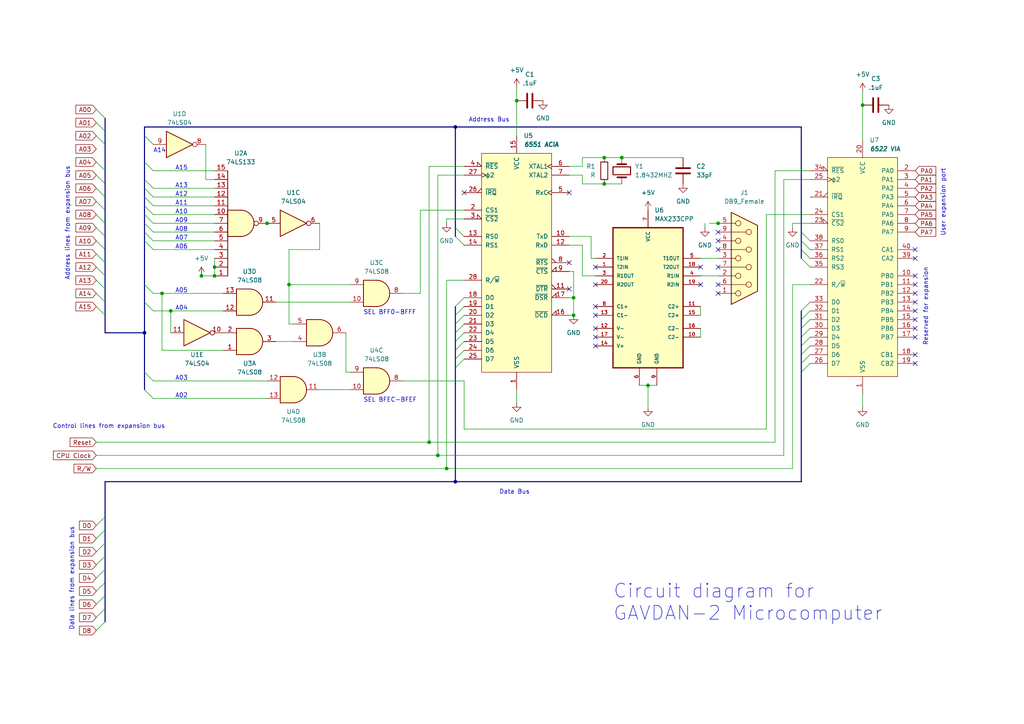
<source format=kicad_sch>
(kicad_sch (version 20211123) (generator eeschema)
  (paper "A4")
  (title_block (title "GAVDAN-2 IO Board") (date "09 October 2022") (rev "1.0"))
  (lib_symbols
    (symbol "65xx:6522" (pin_names (offset 1.016))
      (property "Reference" "U" (at -10.16 33.02 0))
      (property "Value" "6522" (at 0 0 90))
      (symbol "6522_0_1"
        (rectangle (start -10.16 31.75) (end 10.16 -31.75) (fill (type background)))
      )
      (symbol "6522_1_1"
        (pin power_in line (at 0 -36.83 90) (length 5.08) (name "VSS") (number "1"))
        (pin bidirectional line (at 15.24 -2.54 180) (length 5.08) (name "PB0") (number "10"))
        (pin bidirectional line (at 15.24 -5.08 180) (length 5.08) (name "PB1") (number "11"))
        (pin bidirectional line (at 15.24 -7.62 180) (length 5.08) (name "PB2") (number "12"))
        (pin bidirectional line (at 15.24 -10.16 180) (length 5.08) (name "PB3") (number "13"))
        (pin bidirectional line (at 15.24 -12.7 180) (length 5.08) (name "PB4") (number "14"))
        (pin bidirectional line (at 15.24 -15.24 180) (length 5.08) (name "PB5") (number "15"))
        (pin bidirectional line (at 15.24 -17.78 180) (length 5.08) (name "PB6") (number "16"))
        (pin bidirectional line (at 15.24 -20.32 180) (length 5.08) (name "PB7") (number "17"))
        (pin input line (at 15.24 -25.4 180) (length 5.08) (name "CB1") (number "18"))
        (pin bidirectional line (at 15.24 -27.94 180) (length 5.08) (name "CB2") (number "19"))
        (pin bidirectional line (at 15.24 27.94 180) (length 5.08) (name "PA0") (number "2"))
        (pin power_in line (at 0 36.83 270) (length 5.08) (name "VCC") (number "20"))
        (pin open_collector output_low (at -15.24 20.32 0) (length 5.08) (name "~{IRQ}") (number "21"))
        (pin input line (at -15.24 -5.08 0) (length 5.08) (name "R/~{W}") (number "22"))
        (pin input input_low (at -15.24 12.7 0) (length 5.08) (name "~{CS2}") (number "23"))
        (pin input line (at -15.24 15.24 0) (length 5.08) (name "CS1") (number "24"))
        (pin input clock (at -15.24 25.4 0) (length 5.08) (name "ϕ2") (number "25"))
        (pin bidirectional line (at -15.24 -27.94 0) (length 5.08) (name "D7") (number "26"))
        (pin bidirectional line (at -15.24 -25.4 0) (length 5.08) (name "D6") (number "27"))
        (pin bidirectional line (at -15.24 -22.86 0) (length 5.08) (name "D5") (number "28"))
        (pin bidirectional line (at -15.24 -20.32 0) (length 5.08) (name "D4") (number "29"))
        (pin bidirectional line (at 15.24 25.4 180) (length 5.08) (name "PA1") (number "3"))
        (pin bidirectional line (at -15.24 -17.78 0) (length 5.08) (name "D3") (number "30"))
        (pin bidirectional line (at -15.24 -15.24 0) (length 5.08) (name "D2") (number "31"))
        (pin bidirectional line (at -15.24 -12.7 0) (length 5.08) (name "D1") (number "32"))
        (pin bidirectional line (at -15.24 -10.16 0) (length 5.08) (name "D0") (number "33"))
        (pin input input_low (at -15.24 27.94 0) (length 5.08) (name "~{RES}") (number "34"))
        (pin input line (at -15.24 0 0) (length 5.08) (name "RS3") (number "35"))
        (pin input line (at -15.24 2.54 0) (length 5.08) (name "RS2") (number "36"))
        (pin input line (at -15.24 5.08 0) (length 5.08) (name "RS1") (number "37"))
        (pin input line (at -15.24 7.62 0) (length 5.08) (name "RS0") (number "38"))
        (pin bidirectional line (at 15.24 2.54 180) (length 5.08) (name "CA2") (number "39"))
        (pin bidirectional line (at 15.24 22.86 180) (length 5.08) (name "PA2") (number "4"))
        (pin input line (at 15.24 5.08 180) (length 5.08) (name "CA1") (number "40"))
        (pin bidirectional line (at 15.24 20.32 180) (length 5.08) (name "PA3") (number "5"))
        (pin bidirectional line (at 15.24 17.78 180) (length 5.08) (name "PA4") (number "6"))
        (pin bidirectional line (at 15.24 15.24 180) (length 5.08) (name "PA5") (number "7"))
        (pin bidirectional line (at 15.24 12.7 180) (length 5.08) (name "PA6") (number "8"))
        (pin bidirectional line (at 15.24 10.16 180) (length 5.08) (name "PA7") (number "9"))
      )
    )
    (symbol "65xx:6551" (pin_names (offset 1.016))
      (property "Reference" "U" (at -10.16 33.02 0))
      (property "Value" "6551" (at 0 0 90))
      (symbol "6551_0_1"
        (rectangle (start -10.16 31.75) (end 10.16 -31.75) (fill (type background)))
      )
      (symbol "6551_1_1"
        (pin power_in line (at 0 -36.83 90) (length 5.08) (name "VSS") (number "1"))
        (pin output line (at 15.24 7.62 180) (length 5.08) (name "TxD") (number "10"))
        (pin output output_low (at 15.24 -7.62 180) (length 5.08) (name "~{DTR}") (number "11"))
        (pin input line (at 15.24 5.08 180) (length 5.08) (name "RxD") (number "12"))
        (pin input line (at -15.24 7.62 0) (length 5.08) (name "RS0") (number "13"))
        (pin input line (at -15.24 5.08 0) (length 5.08) (name "RS1") (number "14"))
        (pin power_in line (at 0 36.83 270) (length 5.08) (name "VCC") (number "15"))
        (pin input input_low (at 15.24 -15.24 180) (length 5.08) (name "~{DCD}") (number "16"))
        (pin input input_low (at 15.24 -10.16 180) (length 5.08) (name "~{DSR}") (number "17"))
        (pin bidirectional line (at -15.24 -10.16 0) (length 5.08) (name "D0") (number "18"))
        (pin bidirectional line (at -15.24 -12.7 0) (length 5.08) (name "D1") (number "19"))
        (pin input line (at -15.24 15.24 0) (length 5.08) (name "CS1") (number "2"))
        (pin bidirectional line (at -15.24 -15.24 0) (length 5.08) (name "D2") (number "20"))
        (pin bidirectional line (at -15.24 -17.78 0) (length 5.08) (name "D3") (number "21"))
        (pin bidirectional line (at -15.24 -20.32 0) (length 5.08) (name "D4") (number "22"))
        (pin bidirectional line (at -15.24 -22.86 0) (length 5.08) (name "D5") (number "23"))
        (pin bidirectional line (at -15.24 -25.4 0) (length 5.08) (name "D6") (number "24"))
        (pin bidirectional line (at -15.24 -27.94 0) (length 5.08) (name "D7") (number "25"))
        (pin open_collector output_low (at -15.24 20.32 0) (length 5.08) (name "~{IRQ}") (number "26"))
        (pin input clock (at -15.24 25.4 0) (length 5.08) (name "ϕ2") (number "27"))
        (pin input line (at -15.24 -5.08 0) (length 5.08) (name "R/~{W}") (number "28"))
        (pin input input_low (at -15.24 12.7 0) (length 5.08) (name "~{CS2}") (number "3"))
        (pin input input_low (at -15.24 27.94 0) (length 5.08) (name "~{RES}") (number "4"))
        (pin bidirectional clock (at 15.24 20.32 180) (length 5.08) (name "RxC") (number "5"))
        (pin input clock (at 15.24 27.94 180) (length 5.08) (name "XTAL1") (number "6"))
        (pin output line (at 15.24 25.4 180) (length 5.08) (name "XTAL2") (number "7"))
        (pin output output_low (at 15.24 0 180) (length 5.08) (name "~{RTS}") (number "8"))
        (pin input input_low (at 15.24 -2.54 180) (length 5.08) (name "~{CTS}") (number "9"))
      )
    )
    (symbol "74xx:74LS04"
      (property "Reference" "U" (at 0 1.27 0))
      (property "Value" "74LS04" (at 0 -1.27 0))
      (symbol "74LS04_1_0"
        (polyline (pts (xy -3.81 3.81) (xy -3.81 -3.81) (xy 3.81 0) (xy -3.81 3.81)) (stroke (width 0.254)) (fill (type background)))
        (pin input line (at -7.62 0 0) (length 3.81) (name "~") (number "1"))
        (pin output inverted (at 7.62 0 180) (length 3.81) (name "~") (number "2"))
      )
      (symbol "74LS04_2_0"
        (polyline (pts (xy -3.81 3.81) (xy -3.81 -3.81) (xy 3.81 0) (xy -3.81 3.81)) (stroke (width 0.254)) (fill (type background)))
        (pin input line (at -7.62 0 0) (length 3.81) (name "~") (number "3"))
        (pin output inverted (at 7.62 0 180) (length 3.81) (name "~") (number "4"))
      )
      (symbol "74LS04_3_0"
        (polyline (pts (xy -3.81 3.81) (xy -3.81 -3.81) (xy 3.81 0) (xy -3.81 3.81)) (stroke (width 0.254)) (fill (type background)))
        (pin input line (at -7.62 0 0) (length 3.81) (name "~") (number "5"))
        (pin output inverted (at 7.62 0 180) (length 3.81) (name "~") (number "6"))
      )
      (symbol "74LS04_4_0"
        (polyline (pts (xy -3.81 3.81) (xy -3.81 -3.81) (xy 3.81 0) (xy -3.81 3.81)) (stroke (width 0.254)) (fill (type background)))
        (pin output inverted (at 7.62 0 180) (length 3.81) (name "~") (number "8"))
        (pin input line (at -7.62 0 0) (length 3.81) (name "~") (number "9"))
      )
      (symbol "74LS04_5_0"
        (polyline (pts (xy -3.81 3.81) (xy -3.81 -3.81) (xy 3.81 0) (xy -3.81 3.81)) (stroke (width 0.254)) (fill (type background)))
        (pin output inverted (at 7.62 0 180) (length 3.81) (name "~") (number "10"))
        (pin input line (at -7.62 0 0) (length 3.81) (name "~") (number "11"))
      )
      (symbol "74LS04_6_0"
        (polyline (pts (xy -3.81 3.81) (xy -3.81 -3.81) (xy 3.81 0) (xy -3.81 3.81)) (stroke (width 0.254)) (fill (type background)))
        (pin output inverted (at 7.62 0 180) (length 3.81) (name "~") (number "12"))
        (pin input line (at -7.62 0 0) (length 3.81) (name "~") (number "13"))
      )
      (symbol "74LS04_7_0"
        (pin power_in line (at 0 12.7 270) (length 5.08) (name "VCC") (number "14"))
        (pin power_in line (at 0 -12.7 90) (length 5.08) (name "GND") (number "7"))
      )
      (symbol "74LS04_7_1"
        (rectangle (start -5.08 7.62) (end 5.08 -7.62) (stroke (width 0.254)) (fill (type background)))
      )
    )
    (symbol "74xx:74LS08" (pin_names (offset 1.016))
      (property "Reference" "U" (at 0 1.27 0))
      (property "Value" "74LS08" (at 0 -1.27 0))
      (symbol "74LS08_1_1"
        (arc (start 0 -3.81) (mid 3.81 0) (end 0 3.81) (stroke (width 0.254)) (fill (type background)))
        (polyline (pts (xy 0 3.81) (xy -3.81 3.81) (xy -3.81 -3.81) (xy 0 -3.81)) (stroke (width 0.254)) (fill (type background)))
        (pin input line (at -7.62 2.54 0) (length 3.81) (name "~") (number "1"))
        (pin input line (at -7.62 -2.54 0) (length 3.81) (name "~") (number "2"))
        (pin output line (at 7.62 0 180) (length 3.81) (name "~") (number "3"))
      )
      (symbol "74LS08_1_2"
        (arc (start -3.81 -3.81) (mid -2.589 0) (end -3.81 3.81) (stroke (width 0.254)))
        (arc (start -0.6096 -3.81) (mid 2.1855 -2.584) (end 3.81 0) (stroke (width 0.254)) (fill (type background)))
        (polyline (pts (xy -3.81 -3.81) (xy -0.635 -3.81)) (stroke (width 0.254)) (fill (type background)))
        (polyline (pts (xy -3.81 3.81) (xy -0.635 3.81)) (stroke (width 0.254)) (fill (type background)))
        (polyline (pts (xy -0.635 3.81) (xy -3.81 3.81) (xy -3.81 3.81) (xy -3.556 3.4036) (xy -3.0226 2.2606) (xy -2.6924 1.0414) (xy -2.6162 -0.254) (xy -2.7686 -1.4986) (xy -3.175 -2.7178) (xy -3.81 -3.81) (xy -3.81 -3.81) (xy -0.635 -3.81)) (stroke (width -25.4)) (fill (type background)))
        (arc (start 3.81 0) (mid 2.1928 2.5925) (end -0.6096 3.81) (stroke (width 0.254)) (fill (type background)))
        (pin input inverted (at -7.62 2.54 0) (length 4.318) (name "~") (number "1"))
        (pin input inverted (at -7.62 -2.54 0) (length 4.318) (name "~") (number "2"))
        (pin output inverted (at 7.62 0 180) (length 3.81) (name "~") (number "3"))
      )
      (symbol "74LS08_2_1"
        (arc (start 0 -3.81) (mid 3.81 0) (end 0 3.81) (stroke (width 0.254)) (fill (type background)))
        (polyline (pts (xy 0 3.81) (xy -3.81 3.81) (xy -3.81 -3.81) (xy 0 -3.81)) (stroke (width 0.254)) (fill (type background)))
        (pin input line (at -7.62 2.54 0) (length 3.81) (name "~") (number "4"))
        (pin input line (at -7.62 -2.54 0) (length 3.81) (name "~") (number "5"))
        (pin output line (at 7.62 0 180) (length 3.81) (name "~") (number "6"))
      )
      (symbol "74LS08_2_2"
        (arc (start -3.81 -3.81) (mid -2.589 0) (end -3.81 3.81) (stroke (width 0.254)))
        (arc (start -0.6096 -3.81) (mid 2.1855 -2.584) (end 3.81 0) (stroke (width 0.254)) (fill (type background)))
        (polyline (pts (xy -3.81 -3.81) (xy -0.635 -3.81)) (stroke (width 0.254)) (fill (type background)))
        (polyline (pts (xy -3.81 3.81) (xy -0.635 3.81)) (stroke (width 0.254)) (fill (type background)))
        (polyline (pts (xy -0.635 3.81) (xy -3.81 3.81) (xy -3.81 3.81) (xy -3.556 3.4036) (xy -3.0226 2.2606) (xy -2.6924 1.0414) (xy -2.6162 -0.254) (xy -2.7686 -1.4986) (xy -3.175 -2.7178) (xy -3.81 -3.81) (xy -3.81 -3.81) (xy -0.635 -3.81)) (stroke (width -25.4)) (fill (type background)))
        (arc (start 3.81 0) (mid 2.1928 2.5925) (end -0.6096 3.81) (stroke (width 0.254)) (fill (type background)))
        (pin input inverted (at -7.62 2.54 0) (length 4.318) (name "~") (number "4"))
        (pin input inverted (at -7.62 -2.54 0) (length 4.318) (name "~") (number "5"))
        (pin output inverted (at 7.62 0 180) (length 3.81) (name "~") (number "6"))
      )
      (symbol "74LS08_3_1"
        (arc (start 0 -3.81) (mid 3.81 0) (end 0 3.81) (stroke (width 0.254)) (fill (type background)))
        (polyline (pts (xy 0 3.81) (xy -3.81 3.81) (xy -3.81 -3.81) (xy 0 -3.81)) (stroke (width 0.254)) (fill (type background)))
        (pin input line (at -7.62 -2.54 0) (length 3.81) (name "~") (number "10"))
        (pin output line (at 7.62 0 180) (length 3.81) (name "~") (number "8"))
        (pin input line (at -7.62 2.54 0) (length 3.81) (name "~") (number "9"))
      )
      (symbol "74LS08_3_2"
        (arc (start -3.81 -3.81) (mid -2.589 0) (end -3.81 3.81) (stroke (width 0.254)))
        (arc (start -0.6096 -3.81) (mid 2.1855 -2.584) (end 3.81 0) (stroke (width 0.254)) (fill (type background)))
        (polyline (pts (xy -3.81 -3.81) (xy -0.635 -3.81)) (stroke (width 0.254)) (fill (type background)))
        (polyline (pts (xy -3.81 3.81) (xy -0.635 3.81)) (stroke (width 0.254)) (fill (type background)))
        (polyline (pts (xy -0.635 3.81) (xy -3.81 3.81) (xy -3.81 3.81) (xy -3.556 3.4036) (xy -3.0226 2.2606) (xy -2.6924 1.0414) (xy -2.6162 -0.254) (xy -2.7686 -1.4986) (xy -3.175 -2.7178) (xy -3.81 -3.81) (xy -3.81 -3.81) (xy -0.635 -3.81)) (stroke (width -25.4)) (fill (type background)))
        (arc (start 3.81 0) (mid 2.1928 2.5925) (end -0.6096 3.81) (stroke (width 0.254)) (fill (type background)))
        (pin input inverted (at -7.62 -2.54 0) (length 4.318) (name "~") (number "10"))
        (pin output inverted (at 7.62 0 180) (length 3.81) (name "~") (number "8"))
        (pin input inverted (at -7.62 2.54 0) (length 4.318) (name "~") (number "9"))
      )
      (symbol "74LS08_4_1"
        (arc (start 0 -3.81) (mid 3.81 0) (end 0 3.81) (stroke (width 0.254)) (fill (type background)))
        (polyline (pts (xy 0 3.81) (xy -3.81 3.81) (xy -3.81 -3.81) (xy 0 -3.81)) (stroke (width 0.254)) (fill (type background)))
        (pin output line (at 7.62 0 180) (length 3.81) (name "~") (number "11"))
        (pin input line (at -7.62 2.54 0) (length 3.81) (name "~") (number "12"))
        (pin input line (at -7.62 -2.54 0) (length 3.81) (name "~") (number "13"))
      )
      (symbol "74LS08_4_2"
        (arc (start -3.81 -3.81) (mid -2.589 0) (end -3.81 3.81) (stroke (width 0.254)))
        (arc (start -0.6096 -3.81) (mid 2.1855 -2.584) (end 3.81 0) (stroke (width 0.254)) (fill (type background)))
        (polyline (pts (xy -3.81 -3.81) (xy -0.635 -3.81)) (stroke (width 0.254)) (fill (type background)))
        (polyline (pts (xy -3.81 3.81) (xy -0.635 3.81)) (stroke (width 0.254)) (fill (type background)))
        (polyline (pts (xy -0.635 3.81) (xy -3.81 3.81) (xy -3.81 3.81) (xy -3.556 3.4036) (xy -3.0226 2.2606) (xy -2.6924 1.0414) (xy -2.6162 -0.254) (xy -2.7686 -1.4986) (xy -3.175 -2.7178) (xy -3.81 -3.81) (xy -3.81 -3.81) (xy -0.635 -3.81)) (stroke (width -25.4)) (fill (type background)))
        (arc (start 3.81 0) (mid 2.1928 2.5925) (end -0.6096 3.81) (stroke (width 0.254)) (fill (type background)))
        (pin output inverted (at 7.62 0 180) (length 3.81) (name "~") (number "11"))
        (pin input inverted (at -7.62 2.54 0) (length 4.318) (name "~") (number "12"))
        (pin input inverted (at -7.62 -2.54 0) (length 4.318) (name "~") (number "13"))
      )
      (symbol "74LS08_5_0"
        (pin power_in line (at 0 12.7 270) (length 5.08) (name "VCC") (number "14"))
        (pin power_in line (at 0 -12.7 90) (length 5.08) (name "GND") (number "7"))
      )
      (symbol "74LS08_5_1"
        (rectangle (start -5.08 7.62) (end 5.08 -7.62) (stroke (width 0.254)) (fill (type background)))
      )
    )
    (symbol "74xx:74LS133" (pin_names (offset 1.016))
      (property "Reference" "U" (at 0 1.27 0))
      (property "Value" "74LS133" (at 0 -1.27 0))
      (symbol "74LS133_1_1"
        (arc (start 0 -3.81) (mid 3.81 0) (end 0 3.81) (stroke (width 0.254)) (fill (type background)))
        (polyline (pts (xy -3.81 15.24) (xy -3.81 -15.24)) (stroke (width 0.254)))
        (polyline (pts (xy 0 3.81) (xy -3.81 3.81) (xy -3.81 -3.81) (xy 0 -3.81)) (stroke (width 0.254)) (fill (type background)))
        (pin input line (at -7.62 15.24 0) (length 3.81) (name "~") (number "1"))
        (pin input line (at -7.62 -2.54 0) (length 3.81) (name "~") (number "10"))
        (pin input line (at -7.62 -5.08 0) (length 3.81) (name "~") (number "11"))
        (pin input line (at -7.62 -7.62 0) (length 3.81) (name "~") (number "12"))
        (pin input line (at -7.62 -10.16 0) (length 3.81) (name "~") (number "13"))
        (pin input line (at -7.62 -12.7 0) (length 3.81) (name "~") (number "14"))
        (pin input line (at -7.62 -15.24 0) (length 3.81) (name "~") (number "15"))
        (pin input line (at -7.62 12.7 0) (length 3.81) (name "~") (number "2"))
        (pin input line (at -7.62 10.16 0) (length 3.81) (name "~") (number "3"))
        (pin input line (at -7.62 7.62 0) (length 3.81) (name "~") (number "4"))
        (pin input line (at -7.62 5.08 0) (length 3.81) (name "~") (number "5"))
        (pin input line (at -7.62 2.54 0) (length 3.81) (name "~") (number "6"))
        (pin input line (at -7.62 0 0) (length 3.81) (name "~") (number "7"))
        (pin output inverted (at 7.62 0 180) (length 3.81) (name "~") (number "9"))
      )
      (symbol "74LS133_1_2"
        (arc (start -3.81 -3.81) (mid -2.589 0) (end -3.81 3.81) (stroke (width 0.254)))
        (arc (start -0.6096 -3.81) (mid 2.1855 -2.584) (end 3.81 0) (stroke (width 0.254)) (fill (type background)))
        (polyline (pts (xy -3.81 -3.81) (xy -3.81 -15.24)) (stroke (width 0.254)))
        (polyline (pts (xy -3.81 -3.81) (xy -0.635 -3.81)) (stroke (width 0.254)) (fill (type background)))
        (polyline (pts (xy -3.81 3.81) (xy -0.635 3.81)) (stroke (width 0.254)) (fill (type background)))
        (polyline (pts (xy -3.81 15.24) (xy -3.81 3.81)) (stroke (width 0.254)))
        (polyline (pts (xy -0.635 3.81) (xy -3.81 3.81) (xy -3.81 3.81) (xy -3.556 3.4036) (xy -3.0226 2.2606) (xy -2.6924 1.0414) (xy -2.6162 -0.254) (xy -2.7686 -1.4986) (xy -3.175 -2.7178) (xy -3.81 -3.81) (xy -3.81 -3.81) (xy -0.635 -3.81)) (stroke (width -25.4)) (fill (type background)))
        (arc (start 3.81 0) (mid 2.1928 2.5925) (end -0.6096 3.81) (stroke (width 0.254)) (fill (type background)))
        (pin input inverted (at -7.62 15.24 0) (length 3.81) (name "~") (number "1"))
        (pin input inverted (at -7.62 -2.54 0) (length 4.5466) (name "~") (number "10"))
        (pin input inverted (at -7.62 -5.08 0) (length 3.81) (name "~") (number "11"))
        (pin input inverted (at -7.62 -7.62 0) (length 3.81) (name "~") (number "12"))
        (pin input inverted (at -7.62 -10.16 0) (length 3.81) (name "~") (number "13"))
        (pin input inverted (at -7.62 -12.7 0) (length 3.81) (name "~") (number "14"))
        (pin input inverted (at -7.62 -15.24 0) (length 3.81) (name "~") (number "15"))
        (pin input inverted (at -7.62 12.7 0) (length 3.81) (name "~") (number "2"))
        (pin input inverted (at -7.62 10.16 0) (length 3.81) (name "~") (number "3"))
        (pin input inverted (at -7.62 7.62 0) (length 3.81) (name "~") (number "4"))
        (pin input inverted (at -7.62 5.08 0) (length 3.81) (name "~") (number "5"))
        (pin input inverted (at -7.62 2.54 0) (length 4.5466) (name "~") (number "6"))
        (pin input inverted (at -7.62 0 0) (length 5.08) (name "~") (number "7"))
        (pin output line (at 7.62 0 180) (length 3.81) (name "~") (number "9"))
      )
      (symbol "74LS133_2_0"
        (pin power_in line (at 0 12.7 270) (length 5.08) (name "VCC") (number "16"))
        (pin power_in line (at 0 -12.7 90) (length 5.08) (name "GND") (number "8"))
      )
      (symbol "74LS133_2_1"
        (rectangle (start -5.08 7.62) (end 5.08 -7.62) (stroke (width 0.254)) (fill (type background)))
      )
    )
    (symbol "Connector:DB9_Female" (pin_names (offset 1.016) hide)
      (property "Reference" "J" (at 0 13.97 0))
      (property "Value" "DB9_Female" (at 0 -14.605 0))
      (symbol "DB9_Female_0_1"
        (circle (center -1.778 -10.16) (radius 0.762))
        (circle (center -1.778 -5.08) (radius 0.762))
        (circle (center -1.778 0) (radius 0.762))
        (circle (center -1.778 5.08) (radius 0.762))
        (circle (center -1.778 10.16) (radius 0.762))
        (polyline (pts (xy -3.81 -10.16) (xy -2.54 -10.16)))
        (polyline (pts (xy -3.81 -7.62) (xy 0.508 -7.62)))
        (polyline (pts (xy -3.81 -5.08) (xy -2.54 -5.08)))
        (polyline (pts (xy -3.81 -2.54) (xy 0.508 -2.54)))
        (polyline (pts (xy -3.81 0) (xy -2.54 0)))
        (polyline (pts (xy -3.81 2.54) (xy 0.508 2.54)))
        (polyline (pts (xy -3.81 5.08) (xy -2.54 5.08)))
        (polyline (pts (xy -3.81 7.62) (xy 0.508 7.62)))
        (polyline (pts (xy -3.81 10.16) (xy -2.54 10.16)))
        (polyline (pts (xy -3.81 13.335) (xy -3.81 -13.335) (xy 3.81 -9.525) (xy 3.81 9.525) (xy -3.81 13.335)) (stroke (width 0.254)) (fill (type background)))
        (circle (center 1.27 -7.62) (radius 0.762))
        (circle (center 1.27 -2.54) (radius 0.762))
        (circle (center 1.27 2.54) (radius 0.762))
        (circle (center 1.27 7.62) (radius 0.762))
      )
      (symbol "DB9_Female_1_1"
        (pin passive line (at -7.62 10.16 0) (length 3.81) (name "1") (number "1"))
        (pin passive line (at -7.62 5.08 0) (length 3.81) (name "2") (number "2"))
        (pin passive line (at -7.62 0 0) (length 3.81) (name "3") (number "3"))
        (pin passive line (at -7.62 -5.08 0) (length 3.81) (name "4") (number "4"))
        (pin passive line (at -7.62 -10.16 0) (length 3.81) (name "5") (number "5"))
        (pin passive line (at -7.62 7.62 0) (length 3.81) (name "6") (number "6"))
        (pin passive line (at -7.62 2.54 0) (length 3.81) (name "7") (number "7"))
        (pin passive line (at -7.62 -2.54 0) (length 3.81) (name "8") (number "8"))
        (pin passive line (at -7.62 -7.62 0) (length 3.81) (name "9") (number "9"))
      )
    )
    (symbol "Device:C" (pin_numbers hide) (pin_names (offset 0.254))
      (property "Reference" "C" (at 0.635 2.54 0))
      (property "Value" "C" (at 0.635 -2.54 0))
      (symbol "C_0_1"
        (polyline (pts (xy -2.032 -0.762) (xy 2.032 -0.762)) (stroke (width 0.508)))
        (polyline (pts (xy -2.032 0.762) (xy 2.032 0.762)) (stroke (width 0.508)))
      )
      (symbol "C_1_1"
        (pin passive line (at 0 3.81 270) (length 2.794) (name "~") (number "1"))
        (pin passive line (at 0 -3.81 90) (length 2.794) (name "~") (number "2"))
      )
    )
    (symbol "Device:Crystal" (pin_numbers hide) (pin_names (offset 1.016) hide)
      (property "Reference" "Y" (at 0 3.81 0))
      (property "Value" "Crystal" (at 0 -3.81 0))
      (symbol "Crystal_0_1"
        (rectangle (start -1.143 2.54) (end 1.143 -2.54) (stroke (width 0.3048)))
        (polyline (pts (xy -2.54 0) (xy -1.905 0)))
        (polyline (pts (xy -1.905 -1.27) (xy -1.905 1.27)) (stroke (width 0.508)))
        (polyline (pts (xy 1.905 -1.27) (xy 1.905 1.27)) (stroke (width 0.508)))
        (polyline (pts (xy 2.54 0) (xy 1.905 0)))
      )
      (symbol "Crystal_1_1"
        (pin passive line (at -3.81 0 0) (length 1.27) (name "1") (number "1"))
        (pin passive line (at 3.81 0 180) (length 1.27) (name "2") (number "2"))
      )
    )
    (symbol "Device:R" (pin_numbers hide) (pin_names (offset 0))
      (property "Reference" "R" (at 2.032 0 90))
      (property "Value" "R" (at 0 0 90))
      (symbol "R_0_1"
        (rectangle (start -1.016 -2.54) (end 1.016 2.54) (stroke (width 0.254)))
      )
      (symbol "R_1_1"
        (pin passive line (at 0 3.81 270) (length 1.27) (name "~") (number "1"))
        (pin passive line (at 0 -3.81 90) (length 1.27) (name "~") (number "2"))
      )
    )
    (symbol "MAX233CPP_G36:MAX233CPP+G36" (pin_names (offset 1.016))
      (property "Reference" "U?" (at 3.81 25.4 0))
      (property "Value" "MAX233CPP+G36" (at 3.81 22.86 0))
      (symbol "MAX233CPP+G36_0_0"
        (rectangle (start -10.16 20.32) (end 10.16 -20.32) (stroke (width 0.4064)) (fill (type background)))
        (pin input line (at -15.24 8.89 0) (length 5.08) (name "T2IN") (number "1"))
        (pin bidirectional line (at 15.24 -11.43 180) (length 5.08) (name "C2-") (number "10"))
        (pin bidirectional line (at 15.24 -2.54 180) (length 5.08) (name "C2+") (number "11"))
        (pin power_in line (at -15.24 -8.89 0) (length 5.08) (name "V-") (number "12"))
        (pin bidirectional line (at -15.24 -5.08 0) (length 5.08) (name "C1-") (number "13"))
        (pin power_in line (at -15.24 -13.97 0) (length 5.08) (name "V+") (number "14"))
        (pin bidirectional line (at 15.24 -5.08 180) (length 5.08) (name "C2+") (number "15"))
        (pin bidirectional line (at 15.24 -8.89 180) (length 5.08) (name "C2-") (number "16"))
        (pin power_in line (at -15.24 -11.43 0) (length 5.08) (name "V-") (number "17"))
        (pin output line (at 15.24 8.89 180) (length 5.08) (name "T2OUT") (number "18"))
        (pin input line (at 15.24 3.81 180) (length 5.08) (name "R2IN") (number "19"))
        (pin input line (at -15.24 11.43 0) (length 5.08) (name "T1IN") (number "2"))
        (pin output line (at -15.24 3.81 0) (length 5.08) (name "R2OUT") (number "20"))
        (pin output line (at -15.24 6.35 0) (length 5.08) (name "R1OUT") (number "3"))
        (pin input line (at 15.24 6.35 180) (length 5.08) (name "R1IN") (number "4"))
        (pin output line (at 15.24 11.43 180) (length 5.08) (name "T1OUT") (number "5"))
        (pin power_in line (at -2.54 -25.4 90) (length 5.08) (name "GND") (number "6"))
        (pin power_in line (at 0 25.4 270) (length 5.08) (name "VCC") (number "7"))
        (pin bidirectional line (at -15.24 -2.54 0) (length 5.08) (name "C1+") (number "8"))
        (pin power_in line (at 2.54 -25.4 90) (length 5.08) (name "GND") (number "9"))
      )
    )
    (symbol "power:+5V" (power) (pin_names (offset 0))
      (property "Value" "+5V" (at 0 3.556 0))
      (symbol "+5V_0_1"
        (polyline (pts (xy -0.762 1.27) (xy 0 2.54)))
        (polyline (pts (xy 0 0) (xy 0 2.54)))
        (polyline (pts (xy 0 2.54) (xy 0.762 1.27)))
      )
      (symbol "+5V_1_1"
        (pin power_in line (at 0 0 90) (length 0) hide (name "+5V") (number "1"))
      )
    )
    (symbol "power:GND" (power) (pin_names (offset 0))
      (property "Value" "GND" (at 0 -3.81 0))
      (symbol "GND_0_1"
        (polyline (pts (xy 0 0) (xy 0 -1.27) (xy 1.27 -1.27) (xy 0 -2.54) (xy -1.27 -1.27) (xy 0 -1.27)))
      )
      (symbol "GND_1_1"
        (pin power_in line (at 0 0 270) (length 0) hide (name "GND") (number "1"))
      )
    )
  )
  (junction (at 175.26 45.72))
  (junction (at 208.28 64.77))
  (junction (at 129.54 135.89))
  (junction (at 41.91 96.52))
  (junction (at 49.53 90.17))
  (junction (at 180.34 45.72))
  (junction (at 166.37 91.44))
  (junction (at 127 132.08))
  (junction (at 77.47 64.77))
  (junction (at 175.26 53.34))
  (junction (at 132.08 36.83))
  (junction (at 46.99 85.09))
  (junction (at 250.19 30.48))
  (junction (at 149.86 29.21))
  (junction (at 166.37 86.36))
  (junction (at 62.23 77.47))
  (junction (at 132.08 139.7))
  (junction (at 187.96 111.76))
  (junction (at 83.82 82.55))
  (junction (at 58.42 80.01))
  (junction (at 124.46 128.27))
  (junction (at 62.23 80.01))
  (no_connect (at 165.1 76.2))
  (no_connect (at 165.1 55.88))
  (no_connect (at 208.28 85.09))
  (no_connect (at 208.28 72.39))
  (no_connect (at 208.28 82.55))
  (no_connect (at 208.28 77.47))
  (no_connect (at 208.28 67.31))
  (no_connect (at 208.28 69.85))
  (no_connect (at 165.1 83.82))
  (no_connect (at 203.2 77.47))
  (no_connect (at 203.2 82.55))
  (no_connect (at 172.72 77.47))
  (no_connect (at 172.72 82.55))
  (no_connect (at 172.72 88.9))
  (no_connect (at 172.72 91.44))
  (no_connect (at 172.72 95.25))
  (no_connect (at 172.72 97.79))
  (no_connect (at 172.72 100.33))
  (no_connect (at 265.43 72.39))
  (no_connect (at 265.43 74.93))
  (no_connect (at 265.43 80.01))
  (no_connect (at 265.43 82.55))
  (no_connect (at 265.43 85.09))
  (no_connect (at 265.43 102.87))
  (no_connect (at 265.43 105.41))
  (no_connect (at 265.43 87.63))
  (no_connect (at 265.43 90.17))
  (no_connect (at 265.43 92.71))
  (no_connect (at 265.43 95.25))
  (no_connect (at 265.43 97.79))
  (no_connect (at 134.62 55.88))
  (bus_entry (at 27.94 182.88) (size 2.54 -2.54))
  (bus_entry (at 27.94 88.9) (size 2.54 2.54))
  (bus_entry (at 27.94 58.42) (size 2.54 2.54))
  (bus_entry (at 27.94 62.23) (size 2.54 2.54))
  (bus_entry (at 27.94 85.09) (size 2.54 2.54))
  (bus_entry (at 27.94 81.28) (size 2.54 2.54))
  (bus_entry (at 27.94 69.85) (size 2.54 2.54))
  (bus_entry (at 27.94 73.66) (size 2.54 2.54))
  (bus_entry (at 27.94 66.04) (size 2.54 2.54))
  (bus_entry (at 27.94 77.47) (size 2.54 2.54))
  (bus_entry (at 27.94 54.61) (size 2.54 2.54))
  (bus_entry (at 27.94 31.75) (size 2.54 2.54))
  (bus_entry (at 27.94 35.56) (size 2.54 2.54))
  (bus_entry (at 27.94 39.37) (size 2.54 2.54))
  (bus_entry (at 27.94 46.99) (size 2.54 2.54))
  (bus_entry (at 27.94 50.8) (size 2.54 2.54))
  (bus_entry (at 27.94 175.26) (size 2.54 -2.54))
  (bus_entry (at 27.94 160.02) (size 2.54 -2.54))
  (bus_entry (at 134.62 91.44) (size -2.54 2.54))
  (bus_entry (at 134.62 93.98) (size -2.54 2.54))
  (bus_entry (at 134.62 96.52) (size -2.54 2.54))
  (bus_entry (at 134.62 99.06) (size -2.54 2.54))
  (bus_entry (at 134.62 101.6) (size -2.54 2.54))
  (bus_entry (at 134.62 104.14) (size -2.54 2.54))
  (bus_entry (at 134.62 86.36) (size -2.54 2.54))
  (bus_entry (at 134.62 88.9) (size -2.54 2.54))
  (bus_entry (at 134.62 71.12) (size -2.54 -2.54))
  (bus_entry (at 134.62 68.58) (size -2.54 -2.54))
  (bus_entry (at 234.95 77.47) (size -2.54 -2.54))
  (bus_entry (at 234.95 74.93) (size -2.54 -2.54))
  (bus_entry (at 234.95 72.39) (size -2.54 -2.54))
  (bus_entry (at 234.95 69.85) (size -2.54 -2.54))
  (bus_entry (at 27.94 163.83) (size 2.54 -2.54))
  (bus_entry (at 27.94 156.21) (size 2.54 -2.54))
  (bus_entry (at 44.45 90.17) (size -2.54 -2.54))
  (bus_entry (at 44.45 85.09) (size -2.54 -2.54))
  (bus_entry (at 44.45 110.49) (size -2.54 -2.54))
  (bus_entry (at 44.45 115.57) (size -2.54 -2.54))
  (bus_entry (at 27.94 171.45) (size 2.54 -2.54))
  (bus_entry (at 27.94 179.07) (size 2.54 -2.54))
  (bus_entry (at 44.45 41.91) (size -2.54 -2.54))
  (bus_entry (at 44.45 69.85) (size -2.54 -2.54))
  (bus_entry (at 44.45 64.77) (size -2.54 -2.54))
  (bus_entry (at 44.45 72.39) (size -2.54 -2.54))
  (bus_entry (at 44.45 67.31) (size -2.54 -2.54))
  (bus_entry (at 44.45 57.15) (size -2.54 -2.54))
  (bus_entry (at 44.45 62.23) (size -2.54 -2.54))
  (bus_entry (at 44.45 59.69) (size -2.54 -2.54))
  (bus_entry (at 44.45 49.53) (size -2.54 -2.54))
  (bus_entry (at 44.45 54.61) (size -2.54 -2.54))
  (bus_entry (at 234.95 95.25) (size -2.54 2.54))
  (bus_entry (at 234.95 87.63) (size -2.54 2.54))
  (bus_entry (at 234.95 90.17) (size -2.54 2.54))
  (bus_entry (at 234.95 92.71) (size -2.54 2.54))
  (bus_entry (at 234.95 97.79) (size -2.54 2.54))
  (bus_entry (at 234.95 100.33) (size -2.54 2.54))
  (bus_entry (at 234.95 102.87) (size -2.54 2.54))
  (bus_entry (at 234.95 105.41) (size -2.54 2.54))
  (bus_entry (at 27.94 167.64) (size 2.54 -2.54))
  (bus_entry (at 27.94 152.4) (size 2.54 -2.54))
  (wire (pts (xy 185.42 111.76) (xy 187.96 111.76)))
  (wire (pts (xy 149.86 29.21) (xy 149.86 39.37)))
  (wire (pts (xy 129.54 81.28) (xy 129.54 135.89)))
  (wire (pts (xy 222.25 62.23) (xy 234.95 62.23)))
  (bus (pts (xy 232.41 107.95) (xy 232.41 139.7)))
  (bus (pts (xy 132.08 104.14) (xy 132.08 106.68)))
  (wire (pts (xy 62.23 80.01) (xy 58.42 80.01)))
  (bus (pts (xy 232.41 100.33) (xy 232.41 102.87)))
  (wire (pts (xy 203.2 74.93) (xy 208.28 74.93)))
  (wire (pts (xy 44.45 72.39) (xy 62.23 72.39)))
  (wire (pts (xy 165.1 71.12) (xy 168.91 71.12)))
  (wire (pts (xy 59.69 41.91) (xy 59.69 52.07)))
  (bus (pts (xy 132.08 96.52) (xy 132.08 99.06)))
  (bus (pts (xy 232.41 72.39) (xy 232.41 74.93)))
  (bus (pts (xy 41.91 57.15) (xy 41.91 59.69)))
  (bus (pts (xy 30.48 68.58) (xy 30.48 72.39)))
  (bus (pts (xy 132.08 106.68) (xy 132.08 139.7)))
  (bus (pts (xy 232.41 90.17) (xy 232.41 92.71)))
  (wire (pts (xy 222.25 62.23) (xy 222.25 124.46)))
  (wire (pts (xy 27.94 135.89) (xy 129.54 135.89)))
  (bus (pts (xy 30.48 153.67) (xy 30.48 149.86)))
  (wire (pts (xy 92.71 113.03) (xy 101.6 113.03)))
  (wire (pts (xy 83.82 82.55) (xy 101.6 82.55)))
  (bus (pts (xy 30.48 91.44) (xy 30.48 96.52)))
  (wire (pts (xy 166.37 78.74) (xy 166.37 86.36)))
  (wire (pts (xy 134.62 110.49) (xy 134.62 124.46)))
  (bus (pts (xy 30.48 72.39) (xy 30.48 76.2)))
  (wire (pts (xy 134.62 124.46) (xy 222.25 124.46)))
  (bus (pts (xy 132.08 36.83) (xy 132.08 66.04)))
  (bus (pts (xy 132.08 36.83) (xy 232.41 36.83)))
  (bus (pts (xy 30.48 34.29) (xy 30.48 38.1)))
  (bus (pts (xy 30.48 80.01) (xy 30.48 83.82)))
  (bus (pts (xy 41.91 107.95) (xy 41.91 113.03)))
  (wire (pts (xy 175.26 45.72) (xy 180.34 45.72)))
  (wire (pts (xy 229.87 82.55) (xy 234.95 82.55)))
  (wire (pts (xy 124.46 48.26) (xy 124.46 128.27)))
  (wire (pts (xy 224.79 49.53) (xy 234.95 49.53)))
  (wire (pts (xy 44.45 69.85) (xy 62.23 69.85)))
  (wire (pts (xy 121.92 60.96) (xy 121.92 85.09)))
  (wire (pts (xy 208.28 64.77) (xy 209.55 64.77)))
  (bus (pts (xy 41.91 39.37) (xy 41.91 36.83)))
  (wire (pts (xy 64.77 101.6) (xy 46.99 101.6)))
  (wire (pts (xy 83.82 82.55) (xy 83.82 93.98)))
  (bus (pts (xy 132.08 91.44) (xy 132.08 93.98)))
  (wire (pts (xy 121.92 85.09) (xy 116.84 85.09)))
  (wire (pts (xy 44.45 64.77) (xy 62.23 64.77)))
  (wire (pts (xy 229.87 64.77) (xy 229.87 66.04)))
  (wire (pts (xy 46.99 85.09) (xy 64.77 85.09)))
  (bus (pts (xy 41.91 54.61) (xy 41.91 57.15)))
  (wire (pts (xy 44.45 57.15) (xy 62.23 57.15)))
  (bus (pts (xy 232.41 97.79) (xy 232.41 100.33)))
  (wire (pts (xy 44.45 59.69) (xy 62.23 59.69)))
  (wire (pts (xy 134.62 81.28) (xy 129.54 81.28)))
  (wire (pts (xy 134.62 63.5) (xy 129.54 63.5)))
  (wire (pts (xy 203.2 88.9) (xy 203.2 91.44)))
  (wire (pts (xy 171.45 74.93) (xy 172.72 74.93)))
  (wire (pts (xy 127 50.8) (xy 127 132.08)))
  (bus (pts (xy 41.91 62.23) (xy 41.91 64.77)))
  (bus (pts (xy 132.08 93.98) (xy 132.08 96.52)))
  (wire (pts (xy 149.86 113.03) (xy 149.86 116.84)))
  (wire (pts (xy 168.91 80.01) (xy 172.72 80.01)))
  (bus (pts (xy 41.91 67.31) (xy 41.91 69.85)))
  (wire (pts (xy 44.45 90.17) (xy 49.53 90.17)))
  (bus (pts (xy 30.48 53.34) (xy 30.48 57.15)))
  (bus (pts (xy 232.41 102.87) (xy 232.41 105.41)))
  (wire (pts (xy 59.69 52.07) (xy 62.23 52.07)))
  (bus (pts (xy 132.08 99.06) (xy 132.08 101.6)))
  (bus (pts (xy 30.48 168.91) (xy 30.48 165.1)))
  (wire (pts (xy 129.54 135.89) (xy 229.87 135.89)))
  (wire (pts (xy 134.62 60.96) (xy 121.92 60.96)))
  (wire (pts (xy 203.2 80.01) (xy 208.28 80.01)))
  (wire (pts (xy 80.01 87.63) (xy 101.6 87.63)))
  (bus (pts (xy 30.48 180.34) (xy 30.48 176.53)))
  (wire (pts (xy 116.84 110.49) (xy 134.62 110.49)))
  (wire (pts (xy 58.42 80.01) (xy 58.42 77.47)))
  (wire (pts (xy 165.1 78.74) (xy 166.37 78.74)))
  (wire (pts (xy 134.62 50.8) (xy 127 50.8)))
  (bus (pts (xy 132.08 101.6) (xy 132.08 104.14)))
  (wire (pts (xy 165.1 91.44) (xy 166.37 91.44)))
  (wire (pts (xy 77.47 64.77) (xy 81.28 64.77)))
  (bus (pts (xy 41.91 87.63) (xy 41.91 96.52)))
  (bus (pts (xy 232.41 105.41) (xy 232.41 107.95)))
  (wire (pts (xy 165.1 86.36) (xy 166.37 86.36)))
  (bus (pts (xy 41.91 69.85) (xy 41.91 82.55)))
  (wire (pts (xy 180.34 53.34) (xy 175.26 53.34)))
  (wire (pts (xy 234.95 64.77) (xy 229.87 64.77)))
  (wire (pts (xy 165.1 68.58) (xy 171.45 68.58)))
  (wire (pts (xy 224.79 128.27) (xy 224.79 49.53)))
  (wire (pts (xy 62.23 77.47) (xy 62.23 80.01)))
  (bus (pts (xy 41.91 64.77) (xy 41.91 67.31)))
  (bus (pts (xy 30.48 139.7) (xy 132.08 139.7)))
  (wire (pts (xy 44.45 49.53) (xy 62.23 49.53)))
  (bus (pts (xy 41.91 82.55) (xy 41.91 87.63)))
  (bus (pts (xy 30.48 76.2) (xy 30.48 80.01)))
  (wire (pts (xy 227.33 52.07) (xy 234.95 52.07)))
  (bus (pts (xy 41.91 46.99) (xy 41.91 52.07)))
  (wire (pts (xy 44.45 54.61) (xy 62.23 54.61)))
  (wire (pts (xy 134.62 48.26) (xy 124.46 48.26)))
  (bus (pts (xy 30.48 60.96) (xy 30.48 64.77)))
  (bus (pts (xy 30.48 157.48) (xy 30.48 153.67)))
  (bus (pts (xy 30.48 41.91) (xy 30.48 49.53)))
  (bus (pts (xy 30.48 96.52) (xy 41.91 96.52)))
  (bus (pts (xy 132.08 139.7) (xy 232.41 139.7)))
  (wire (pts (xy 229.87 135.89) (xy 229.87 82.55)))
  (bus (pts (xy 30.48 172.72) (xy 30.48 168.91)))
  (wire (pts (xy 44.45 85.09) (xy 46.99 85.09)))
  (wire (pts (xy 62.23 74.93) (xy 62.23 77.47)))
  (wire (pts (xy 250.19 114.3) (xy 250.19 118.11)))
  (wire (pts (xy 127 132.08) (xy 227.33 132.08)))
  (wire (pts (xy 27.94 128.27) (xy 124.46 128.27)))
  (bus (pts (xy 232.41 95.25) (xy 232.41 97.79)))
  (wire (pts (xy 44.45 67.31) (xy 62.23 67.31)))
  (wire (pts (xy 92.71 64.77) (xy 92.71 72.39)))
  (wire (pts (xy 166.37 86.36) (xy 166.37 91.44)))
  (wire (pts (xy 203.2 95.25) (xy 203.2 97.79)))
  (wire (pts (xy 49.53 90.17) (xy 64.77 90.17)))
  (bus (pts (xy 41.91 36.83) (xy 132.08 36.83)))
  (wire (pts (xy 180.34 45.72) (xy 198.12 45.72)))
  (wire (pts (xy 80.01 99.06) (xy 85.09 99.06)))
  (wire (pts (xy 205.74 64.77) (xy 208.28 64.77)))
  (wire (pts (xy 44.45 110.49) (xy 77.47 110.49)))
  (wire (pts (xy 187.96 118.11) (xy 187.96 111.76)))
  (wire (pts (xy 250.19 30.48) (xy 250.19 40.64)))
  (wire (pts (xy 27.94 132.08) (xy 127 132.08)))
  (wire (pts (xy 44.45 115.57) (xy 77.47 115.57)))
  (bus (pts (xy 232.41 67.31) (xy 232.41 69.85)))
  (bus (pts (xy 41.91 59.69) (xy 41.91 62.23)))
  (wire (pts (xy 49.53 90.17) (xy 49.53 96.52)))
  (wire (pts (xy 100.33 107.95) (xy 101.6 107.95)))
  (wire (pts (xy 168.91 53.34) (xy 175.26 53.34)))
  (wire (pts (xy 149.86 25.4) (xy 149.86 29.21)))
  (wire (pts (xy 129.54 63.5) (xy 129.54 64.77)))
  (bus (pts (xy 30.48 176.53) (xy 30.48 172.72)))
  (wire (pts (xy 44.45 62.23) (xy 62.23 62.23)))
  (bus (pts (xy 30.48 139.7) (xy 30.48 149.86)))
  (bus (pts (xy 30.48 165.1) (xy 30.48 161.29)))
  (bus (pts (xy 30.48 161.29) (xy 30.48 157.48)))
  (wire (pts (xy 227.33 132.08) (xy 227.33 52.07)))
  (bus (pts (xy 232.41 92.71) (xy 232.41 95.25)))
  (wire (pts (xy 46.99 85.09) (xy 46.99 101.6)))
  (wire (pts (xy 165.1 48.26) (xy 168.91 48.26)))
  (wire (pts (xy 124.46 128.27) (xy 224.79 128.27)))
  (wire (pts (xy 168.91 50.8) (xy 165.1 50.8)))
  (bus (pts (xy 30.48 83.82) (xy 30.48 87.63)))
  (wire (pts (xy 204.47 66.04) (xy 204.47 64.77)))
  (bus (pts (xy 232.41 69.85) (xy 232.41 72.39)))
  (bus (pts (xy 232.41 36.83) (xy 232.41 67.31)))
  (bus (pts (xy 41.91 52.07) (xy 41.91 54.61)))
  (wire (pts (xy 83.82 72.39) (xy 83.82 82.55)))
  (wire (pts (xy 168.91 71.12) (xy 168.91 80.01)))
  (bus (pts (xy 30.48 64.77) (xy 30.48 68.58)))
  (wire (pts (xy 187.96 111.76) (xy 190.5 111.76)))
  (wire (pts (xy 168.91 53.34) (xy 168.91 50.8)))
  (wire (pts (xy 171.45 68.58) (xy 171.45 74.93)))
  (bus (pts (xy 132.08 88.9) (xy 132.08 91.44)))
  (wire (pts (xy 100.33 96.52) (xy 100.33 107.95)))
  (wire (pts (xy 83.82 93.98) (xy 85.09 93.98)))
  (bus (pts (xy 41.91 39.37) (xy 41.91 46.99)))
  (wire (pts (xy 168.91 45.72) (xy 175.26 45.72)))
  (wire (pts (xy 250.19 26.67) (xy 250.19 30.48)))
  (bus (pts (xy 132.08 66.04) (xy 132.08 68.58)))
  (bus (pts (xy 41.91 96.52) (xy 41.91 107.95)))
  (bus (pts (xy 30.48 57.15) (xy 30.48 60.96)))
  (bus (pts (xy 30.48 49.53) (xy 30.48 53.34)))
  (wire (pts (xy 168.91 48.26) (xy 168.91 45.72)))
  (bus (pts (xy 30.48 38.1) (xy 30.48 41.91)))
  (bus (pts (xy 30.48 87.63) (xy 30.48 91.44)))
  (wire (pts (xy 92.71 72.39) (xy 83.82 72.39)))
  (text "A12" (at 50.8 57.15 0) (effects (font (size 1.27 1.27)) (justify left bottom)))
  (text "Data Bus" (at 144.78 143.51 0) (effects (font (size 1.27 1.27)) (justify left bottom)))
  (text "A02" (at 50.8 115.57 0) (effects (font (size 1.27 1.27)) (justify left bottom)))
  (text "A10" (at 50.8 62.23 0) (effects (font (size 1.27 1.27)) (justify left bottom)))
  (text "Control lines from expansion bus" (at 15.24 124.46 0) (effects (font (size 1.27 1.27)) (justify left bottom)))
  (text "Circuit diagram for\nGAVDAN-2 Microcomputer" (at 177.8 180.34 0) (effects (font (size 4 4)) (justify left bottom)))
  (text "A14" (at 44.45 44.45 0) (effects (font (size 1.27 1.27)) (justify left bottom)))
  (text "A06" (at 50.8 72.39 0) (effects (font (size 1.27 1.27)) (justify left bottom)))
  (text "A11" (at 50.8 59.69 0) (effects (font (size 1.27 1.27)) (justify left bottom)))
  (text "A07" (at 50.8 69.85 0) (effects (font (size 1.27 1.27)) (justify left bottom)))
  (text "A09" (at 50.8 64.77 0) (effects (font (size 1.27 1.27)) (justify left bottom)))
  (text "User expansion port" (at 274.32 68.58 90) (effects (font (size 1.27 1.27)) (justify left bottom)))
  (text "Address lines from expansion bus" (at 20.32 48.26 270) (effects (font (size 1.27 1.27)) (justify right bottom)))
  (text "A15" (at 50.8 49.53 0) (effects (font (size 1.27 1.27)) (justify left bottom)))
  (text "Data lines from expansion bus" (at 21.59 182.88 90) (effects (font (size 1.27 1.27)) (justify left bottom)))
  (text "A08" (at 50.8 67.31 0) (effects (font (size 1.27 1.27)) (justify left bottom)))
  (text "A03" (at 50.8 110.49 0) (effects (font (size 1.27 1.27)) (justify left bottom)))
  (text "A13" (at 50.8 54.61 0) (effects (font (size 1.27 1.27)) (justify left bottom)))
  (text "Reserved for expansion" (at 269.24 100.33 90) (effects (font (size 1.27 1.27)) (justify left bottom)))
  (text "SEL BFEC-BFEF" (at 105.41 116.84 0) (effects (font (size 1.27 1.27)) (justify left bottom)))
  (text "SEL BFF0-BFFF" (at 105.41 91.44 0) (effects (font (size 1.27 1.27)) (justify left bottom)))
  (text "A05" (at 50.8 85.09 0) (effects (font (size 1.27 1.27)) (justify left bottom)))
  (text "Address Bus" (at 135.89 35.56 0) (effects (font (size 1.27 1.27)) (justify left bottom)))
  (text "A04" (at 50.8 90.17 0) (effects (font (size 1.27 1.27)) (justify left bottom)))
  (global_label "D8" (shape input) (at 27.94 182.88 180) (property "Intersheet References" "${INTERSHEET_REFS}" (effects hide)))
  (global_label "A00" (shape input) (at 27.94 31.75 180) (property "Intersheet References" "${INTERSHEET_REFS}" (effects hide)))
  (global_label "A08" (shape input) (at 27.94 62.23 180) (property "Intersheet References" "${INTERSHEET_REFS}" (effects hide)))
  (global_label "PA0" (shape input) (at 265.43 49.53 0) (property "Intersheet References" "${INTERSHEET_REFS}" (effects hide)))
  (global_label "A02" (shape input) (at 27.94 39.37 180) (property "Intersheet References" "${INTERSHEET_REFS}" (effects hide)))
  (global_label "A04" (shape input) (at 27.94 46.99 180) (property "Intersheet References" "${INTERSHEET_REFS}" (effects hide)))
  (global_label "A06" (shape input) (at 27.94 54.61 180) (property "Intersheet References" "${INTERSHEET_REFS}" (effects hide)))
  (global_label "A11" (shape input) (at 27.94 73.66 180) (property "Intersheet References" "${INTERSHEET_REFS}" (effects hide)))
  (global_label "PA4" (shape input) (at 265.43 59.69 0) (property "Intersheet References" "${INTERSHEET_REFS}" (effects hide)))
  (global_label "R{slash}W" (shape input) (at 27.94 135.89 180) (property "Intersheet References" "${INTERSHEET_REFS}" (effects hide)))
  (global_label "A09" (shape input) (at 27.94 66.04 180) (property "Intersheet References" "${INTERSHEET_REFS}" (effects hide)))
  (global_label "A07" (shape input) (at 27.94 58.42 180) (property "Intersheet References" "${INTERSHEET_REFS}" (effects hide)))
  (global_label "D5" (shape input) (at 27.94 171.45 180) (property "Intersheet References" "${INTERSHEET_REFS}" (effects hide)))
  (global_label "PA6" (shape input) (at 265.43 64.77 0) (property "Intersheet References" "${INTERSHEET_REFS}" (effects hide)))
  (global_label "Reset" (shape input) (at 27.94 128.27 180) (property "Intersheet References" "${INTERSHEET_REFS}" (effects hide)))
  (global_label "D2" (shape input) (at 27.94 160.02 180) (property "Intersheet References" "${INTERSHEET_REFS}" (effects hide)))
  (global_label "PA2" (shape input) (at 265.43 54.61 0) (property "Intersheet References" "${INTERSHEET_REFS}" (effects hide)))
  (global_label "A14" (shape input) (at 27.94 85.09 180) (property "Intersheet References" "${INTERSHEET_REFS}" (effects hide)))
  (global_label "A10" (shape input) (at 27.94 69.85 180) (property "Intersheet References" "${INTERSHEET_REFS}" (effects hide)))
  (global_label "D7" (shape input) (at 27.94 179.07 180) (property "Intersheet References" "${INTERSHEET_REFS}" (effects hide)))
  (global_label "PA1" (shape input) (at 265.43 52.07 0) (property "Intersheet References" "${INTERSHEET_REFS}" (effects hide)))
  (global_label "A13" (shape input) (at 27.94 81.28 180) (property "Intersheet References" "${INTERSHEET_REFS}" (effects hide)))
  (global_label "A12" (shape input) (at 27.94 77.47 180) (property "Intersheet References" "${INTERSHEET_REFS}" (effects hide)))
  (global_label "D0" (shape input) (at 27.94 152.4 180) (property "Intersheet References" "${INTERSHEET_REFS}" (effects hide)))
  (global_label "PA3" (shape input) (at 265.43 57.15 0) (property "Intersheet References" "${INTERSHEET_REFS}" (effects hide)))
  (global_label "D1" (shape input) (at 27.94 156.21 180) (property "Intersheet References" "${INTERSHEET_REFS}" (effects hide)))
  (global_label "A01" (shape input) (at 27.94 35.56 180) (property "Intersheet References" "${INTERSHEET_REFS}" (effects hide)))
  (global_label "A15" (shape input) (at 27.94 88.9 180) (property "Intersheet References" "${INTERSHEET_REFS}" (effects hide)))
  (global_label "CPU Clock" (shape input) (at 27.94 132.08 180) (property "Intersheet References" "${INTERSHEET_REFS}" (effects hide)))
  (global_label "A03" (shape input) (at 27.94 43.18 180) (property "Intersheet References" "${INTERSHEET_REFS}" (effects hide)))
  (global_label "D6" (shape input) (at 27.94 175.26 180) (property "Intersheet References" "${INTERSHEET_REFS}" (effects hide)))
  (global_label "D3" (shape input) (at 27.94 163.83 180) (property "Intersheet References" "${INTERSHEET_REFS}" (effects hide)))
  (global_label "PA7" (shape input) (at 265.43 67.31 0) (property "Intersheet References" "${INTERSHEET_REFS}" (effects hide)))
  (global_label "PA5" (shape input) (at 265.43 62.23 0) (property "Intersheet References" "${INTERSHEET_REFS}" (effects hide)))
  (global_label "D4" (shape input) (at 27.94 167.64 180) (property "Intersheet References" "${INTERSHEET_REFS}" (effects hide)))
  (global_label "A05" (shape input) (at 27.94 50.8 180) (property "Intersheet References" "${INTERSHEET_REFS}" (effects hide)))
  (symbol (lib_id "power:+5V") (at 250.19 26.67 0) (unit 1)
    (property "Reference" "#PWR012" (effects hide))
    (property "Value" "+5V" (at 250.19 21.59 0))
  )
  (symbol (lib_id "power:GND") (at 166.37 91.44 0) (unit 1)
    (property "Reference" "#PWR06" (effects hide))
    (property "Value" "GND" (at 166.37 96.52 0))
  )
  (symbol (lib_id "Device:C") (at 198.12 49.53 0) (unit 1)
    (property "Reference" "C2" (at 201.93 48.2599 0) (effects (justify left)))
    (property "Value" "33pF" (at 201.93 50.7999 0) (effects (justify left)))
  )
  (symbol (lib_id "Device:C") (at 254 30.48 90) (unit 1)
    (property "Reference" "C3" (at 254 22.86 90))
    (property "Value" ".1uF" (at 254 25.4 90))
  )
  (symbol (lib_id "power:GND") (at 198.12 53.34 0) (unit 1)
    (property "Reference" "#PWR09" (effects hide))
    (property "Value" "GND" (at 198.12 58.42 0))
  )
  (symbol (lib_id "65xx:6551") (at 149.86 76.2 0) (unit 1)
    (property "Reference" "U5" (at 151.8794 39.37 0) (effects (justify left)))
    (property "Value" "6551 ACIA" (at 151.8794 41.91 0) (effects (font bold italic) (justify left)))
    (property "Datasheet" "http://www.6502.org/documents/datasheets/mos/mos_6551_acia.pdf" (effects hide))
  )
  (symbol (lib_id "power:GND") (at 229.87 66.04 0) (unit 1)
    (property "Reference" "#PWR011" (effects hide))
    (property "Value" "GND" (at 229.87 71.12 0))
  )
  (symbol (lib_id "power:GND") (at 250.19 118.11 0) (unit 1)
    (property "Reference" "#PWR013" (effects hide))
    (property "Value" "GND" (at 250.19 123.19 0))
  )
  (symbol (lib_id "power:+5V") (at 58.42 80.01 0) (unit 1)
    (property "Reference" "#PWR01" (effects hide))
    (property "Value" "+5V" (at 58.42 74.93 0))
  )
  (symbol (lib_id "MAX233CPP_G36:MAX233CPP+G36") (at 187.96 86.36 0) (unit 1)
    (property "Reference" "U6" (at 189.8397 60.96 0) (effects (justify left)))
    (property "Value" "MAX233CPP" (at 189.8397 63.5 0) (effects (justify left)))
    (property "Footprint" "DIP794W47P254L2654H457Q20" (effects hide))
  )
  (symbol (lib_id "74xx:74LS133") (at 69.85 64.77 0) (mirror x) (unit 1)
    (property "Reference" "U2" (at 69.85 44.45 0))
    (property "Value" "74LS133" (at 69.85 46.99 0))
    (property "Datasheet" "http://www.ti.com/lit/gpn/sn74LS133" (effects hide))
  )
  (symbol (lib_id "74xx:74LS04") (at 57.15 96.52 0) (unit 5)
    (property "Reference" "U1" (at 57.15 102.87 0))
    (property "Value" "74LS04" (at 57.15 105.41 0))
    (property "Datasheet" "http://www.ti.com/lit/gpn/sn74LS04" (effects hide))
  )
  (symbol (lib_id "power:GND") (at 204.47 66.04 0) (unit 1)
    (property "Reference" "#PWR010" (effects hide))
    (property "Value" "GND" (at 204.47 71.12 0))
  )
  (symbol (lib_id "74xx:74LS08") (at 72.39 87.63 0) (mirror x) (unit 4)
    (property "Reference" "U3" (at 72.39 78.74 0))
    (property "Value" "74LS08" (at 72.39 81.28 0))
    (property "Datasheet" "http://www.ti.com/lit/gpn/sn74LS08" (effects hide))
  )
  (symbol (lib_id "65xx:6522") (at 250.19 77.47 0) (unit 1)
    (property "Reference" "U7" (at 252.2094 40.64 0) (effects (justify left)))
    (property "Value" "6522 VIA" (at 252.2094 43.18 0) (effects (font bold italic) (justify left)))
    (property "Datasheet" "http://www.6502.org/documents/datasheets/mos/mos_6522_preliminary_nov_1977.pdf" (effects hide))
  )
  (symbol (lib_id "Device:Crystal") (at 180.34 49.53 90) (unit 1)
    (property "Reference" "Y1" (at 184.15 48.2599 90) (effects (justify right)))
    (property "Value" "1.8432MHZ" (at 184.15 50.7999 90) (effects (justify right)))
  )
  (symbol (lib_id "Device:R") (at 175.26 49.53 0) (unit 1)
    (property "Reference" "R1" (at 172.72 48.2599 0) (effects (justify right)))
    (property "Value" "R" (at 172.72 50.7999 0) (effects (justify right)))
  )
  (symbol (lib_id "power:+5V") (at 187.96 60.96 0) (unit 1)
    (property "Reference" "#PWR07" (effects hide))
    (property "Value" "+5V" (at 187.96 55.88 0))
  )
  (symbol (lib_id "74xx:74LS04") (at 52.07 41.91 0) (unit 4)
    (property "Reference" "U1" (at 52.07 33.02 0))
    (property "Value" "74LS04" (at 52.07 35.56 0))
    (property "Datasheet" "http://www.ti.com/lit/gpn/sn74LS04" (effects hide))
  )
  (symbol (lib_id "Device:C") (at 153.67 29.21 90) (unit 1)
    (property "Reference" "C1" (at 153.67 21.59 90))
    (property "Value" ".1uF" (at 153.67 24.13 90))
  )
  (symbol (lib_id "power:GND") (at 157.48 29.21 0) (unit 1)
    (property "Reference" "#PWR05" (effects hide))
    (property "Value" "GND" (at 157.48 34.29 0))
  )
  (symbol (lib_id "74xx:74LS08") (at 109.22 110.49 0) (unit 3)
    (property "Reference" "U4" (at 109.22 101.6 0))
    (property "Value" "74LS08" (at 109.22 104.14 0))
    (property "Datasheet" "http://www.ti.com/lit/gpn/sn74LS08" (effects hide))
  )
  (symbol (lib_id "74xx:74LS08") (at 92.71 96.52 0) (mirror x) (unit 2)
    (property "Reference" "U3" (at 92.71 102.87 0))
    (property "Value" "74LS08" (at 92.71 105.41 0))
    (property "Datasheet" "http://www.ti.com/lit/gpn/sn74LS08" (effects hide))
  )
  (symbol (lib_id "power:GND") (at 129.54 64.77 0) (unit 1)
    (property "Reference" "#PWR02" (effects hide))
    (property "Value" "GND" (at 129.54 69.85 0))
  )
  (symbol (lib_id "74xx:74LS08") (at 85.09 113.03 0) (unit 4)
    (property "Reference" "U4" (at 85.09 119.38 0))
    (property "Value" "74LS08" (at 85.09 121.92 0))
    (property "Datasheet" "http://www.ti.com/lit/gpn/sn74LS08" (effects hide))
  )
  (symbol (lib_id "Connector:DB9_Female") (at 215.9 74.93 0) (mirror x) (unit 1)
    (property "Reference" "J1" (at 215.9 55.88 0))
    (property "Value" "DB9_Female" (at 215.9 58.42 0))
    (property "Datasheet" " ~" (effects hide))
  )
  (symbol (lib_id "power:GND") (at 257.81 30.48 0) (unit 1)
    (property "Reference" "#PWR014" (effects hide))
    (property "Value" "GND" (at 257.81 35.56 0))
  )
  (symbol (lib_id "power:GND") (at 149.86 116.84 0) (unit 1)
    (property "Reference" "#PWR04" (effects hide))
    (property "Value" "GND" (at 149.86 121.92 0))
  )
  (symbol (lib_id "74xx:74LS04") (at 85.09 64.77 0) (unit 3)
    (property "Reference" "U1" (at 85.09 55.88 0))
    (property "Value" "74LS04" (at 85.09 58.42 0))
    (property "Datasheet" "http://www.ti.com/lit/gpn/sn74LS04" (effects hide))
  )
  (symbol (lib_id "power:GND") (at 187.96 118.11 0) (unit 1)
    (property "Reference" "#PWR08" (effects hide))
    (property "Value" "GND" (at 187.96 123.19 0))
  )
  (symbol (lib_id "74xx:74LS08") (at 72.39 99.06 0) (mirror x) (unit 1)
    (property "Reference" "U3" (at 72.39 105.41 0))
    (property "Value" "74LS08" (at 72.39 107.95 0))
    (property "Datasheet" "http://www.ti.com/lit/gpn/sn74LS08" (effects hide))
  )
  (symbol (lib_id "74xx:74LS08") (at 109.22 85.09 0) (unit 3)
    (property "Reference" "U3" (at 109.22 76.2 0))
    (property "Value" "74LS08" (at 109.22 78.74 0))
    (property "Datasheet" "http://www.ti.com/lit/gpn/sn74LS08" (effects hide))
  )
  (symbol (lib_id "power:+5V") (at 149.86 25.4 0) (unit 1)
    (property "Reference" "#PWR03" (effects hide))
    (property "Value" "+5V" (at 149.86 20.32 0))
  )
)
</source>
